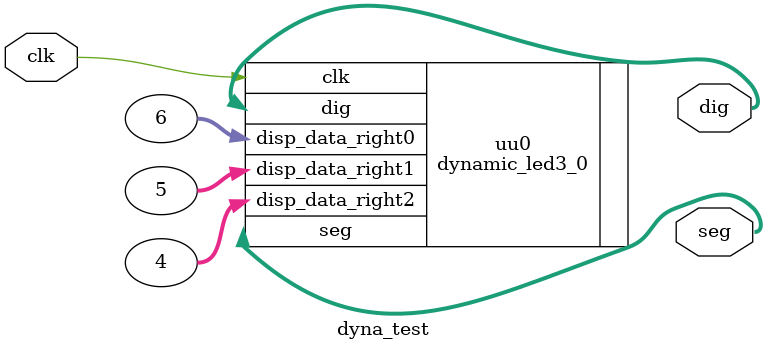
<source format=v>
`timescale 1ns / 1ps


module dyna_test(
input clk,
output [7:0] seg,
output [2:0] dig
    );
    dynamic_led3_0 uu0(
    .clk(clk),
    .disp_data_right0(6),
    .disp_data_right1(5),
    .disp_data_right2(4),
    .seg(seg),
    .dig(dig)
    );    
endmodule

</source>
